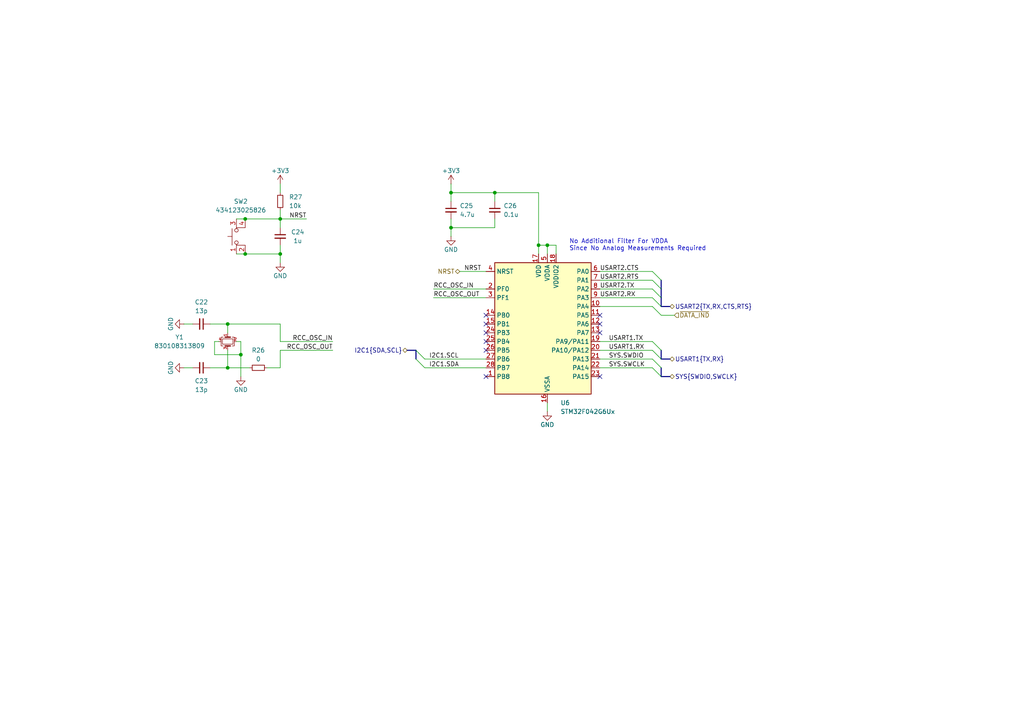
<source format=kicad_sch>
(kicad_sch (version 20250114) (generator "eeschema") (generator_version "9.0")
  (paper "A4")
  (title_block (date "2025-07-11") (rev "V1.0") (company "Taipei Tech Racing") (comment 1 "design by Chen"))
  (lib_symbols
    (symbol "Device:C_Small" (pin_numbers (hide yes)) (pin_names (offset 0.254) (hide yes))
      (property "Reference" "C" (at 0.254 1.778 0))
      (property "Value" "C_Small" (at 0.254 -2.032 0))
      (symbol "C_Small_0_1"
        (polyline (pts (xy -1.524 0.508) (xy 1.524 0.508)) (stroke (width 0.3048)))
        (polyline (pts (xy -1.524 -0.508) (xy 1.524 -0.508)) (stroke (width 0.3302)))
      )
      (symbol "C_Small_1_1"
        (pin passive line (at 0 2.54 270) (length 2.032) (name "~") (number "1"))
        (pin passive line (at 0 -2.54 90) (length 2.032) (name "~") (number "2"))
      )
    )
    (symbol "Device:Crystal_GND24_Small" (pin_names (offset 1.016) (hide yes))
      (property "Reference" "Y" (at 1.27 4.445 0))
      (property "Value" "Crystal_GND24_Small" (at 1.27 2.54 0))
      (symbol "Crystal_GND24_Small_0_1"
        (polyline (pts (xy -1.27 1.27) (xy -1.27 1.905) (xy 1.27 1.905) (xy 1.27 1.27)))
        (polyline (pts (xy -1.27 -0.762) (xy -1.27 0.762)) (stroke (width 0.381)))
        (polyline (pts (xy -1.27 -1.27) (xy -1.27 -1.905) (xy 1.27 -1.905) (xy 1.27 -1.27)))
        (rectangle (start -0.762 -1.524) (end 0.762 1.524))
        (polyline (pts (xy 1.27 -0.762) (xy 1.27 0.762)) (stroke (width 0.381)))
      )
      (symbol "Crystal_GND24_Small_1_1"
        (pin passive line (at -2.54 0 0) (length 1.27) (name "1") (number "1"))
        (pin passive line (at 0 2.54 270) (length 0.635) (name "4") (number "4"))
        (pin passive line (at 0 -2.54 90) (length 0.635) (name "2") (number "2"))
        (pin passive line (at 2.54 0 180) (length 1.27) (name "3") (number "3"))
      )
    )
    (symbol "Device:R_Small" (pin_numbers (hide yes)) (pin_names (offset 0.254) (hide yes))
      (property "Reference" "R" (at 0 0 90))
      (property "Value" "R_Small" (at 1.778 0 90))
      (symbol "R_Small_0_1"
        (rectangle (start -0.762 1.778) (end 0.762 -1.778) (stroke (width 0.2032)))
      )
      (symbol "R_Small_1_1"
        (pin passive line (at 0 2.54 270) (length 0.762) (name "~") (number "1"))
        (pin passive line (at 0 -2.54 90) (length 0.762) (name "~") (number "2"))
      )
    )
    (symbol "MCU_ST_STM32F0:STM32F042G6Ux"
      (property "Reference" "U" (at -12.7 21.59 0))
      (property "Value" "STM32F042G6Ux" (at 7.62 21.59 0))
      (symbol "STM32F042G6Ux_0_1"
        (rectangle (start -12.7 -17.78) (end 15.24 20.32) (stroke (width 0.254)) (fill (type background)))
      )
      (symbol "STM32F042G6Ux_1_1"
        (pin input line (at -15.24 17.78 0) (length 2.54) (name "NRST") (number "4"))
        (pin bidirectional line (at -15.24 12.7 0) (length 2.54) (name "PF0") (number "2"))
        (pin bidirectional line (at -15.24 10.16 0) (length 2.54) (name "PF1") (number "3"))
        (pin bidirectional line (at -15.24 5.08 0) (length 2.54) (name "PB0") (number "14"))
        (pin bidirectional line (at -15.24 2.54 0) (length 2.54) (name "PB1") (number "15"))
        (pin bidirectional line (at -15.24 0 0) (length 2.54) (name "PB3") (number "24"))
        (pin bidirectional line (at -15.24 -2.54 0) (length 2.54) (name "PB4") (number "25"))
        (pin bidirectional line (at -15.24 -5.08 0) (length 2.54) (name "PB5") (number "26"))
        (pin bidirectional line (at -15.24 -7.62 0) (length 2.54) (name "PB6") (number "27"))
        (pin bidirectional line (at -15.24 -10.16 0) (length 2.54) (name "PB7") (number "28"))
        (pin bidirectional line (at -15.24 -12.7 0) (length 2.54) (name "PB8") (number "1"))
        (pin power_in line (at 0 22.86 270) (length 2.54) (name "VDD") (number "17"))
        (pin power_in line (at 2.54 22.86 270) (length 2.54) (name "VDDA") (number "5"))
        (pin power_in line (at 2.54 -20.32 90) (length 2.54) (name "VSSA") (number "16"))
        (pin power_in line (at 5.08 22.86 270) (length 2.54) (name "VDDIO2") (number "18"))
        (pin bidirectional line (at 17.78 17.78 180) (length 2.54) (name "PA0") (number "6"))
        (pin bidirectional line (at 17.78 15.24 180) (length 2.54) (name "PA1") (number "7"))
        (pin bidirectional line (at 17.78 12.7 180) (length 2.54) (name "PA2") (number "8"))
        (pin bidirectional line (at 17.78 10.16 180) (length 2.54) (name "PA3") (number "9"))
        (pin bidirectional line (at 17.78 7.62 180) (length 2.54) (name "PA4") (number "10"))
        (pin bidirectional line (at 17.78 5.08 180) (length 2.54) (name "PA5") (number "11"))
        (pin bidirectional line (at 17.78 2.54 180) (length 2.54) (name "PA6") (number "12"))
        (pin bidirectional line (at 17.78 0 180) (length 2.54) (name "PA7") (number "13"))
        (pin bidirectional line (at 17.78 -2.54 180) (length 2.54) (name "PA9/PA11") (number "19"))
        (pin bidirectional line (at 17.78 -5.08 180) (length 2.54) (name "PA10/PA12") (number "20"))
        (pin bidirectional line (at 17.78 -7.62 180) (length 2.54) (name "PA13") (number "21"))
        (pin bidirectional line (at 17.78 -10.16 180) (length 2.54) (name "PA14") (number "22"))
        (pin bidirectional line (at 17.78 -12.7 180) (length 2.54) (name "PA15") (number "23"))
      )
    )
    (symbol "R_Small_1" (pin_numbers (hide yes)) (pin_names (offset 0.254) (hide yes))
      (property "Reference" "R" (at 0 0 90))
      (property "Value" "R_Small" (at 1.778 0 90))
      (symbol "R_Small_1_0_1"
        (rectangle (start -0.762 1.778) (end 0.762 -1.778) (stroke (width 0.2032)))
      )
      (symbol "R_Small_1_1_1"
        (pin passive line (at 0 2.54 270) (length 0.762) (name "~") (number "1"))
        (pin passive line (at 0 -2.54 90) (length 0.762) (name "~") (number "2"))
      )
    )
    (symbol "TTR:434123025826"
      (property "Reference" "SW" (at 0 7.62 0))
      (property "Value" "434123025826" (at 0 5.08 0))
      (symbol "434123025826_0_1"
        (polyline (pts (xy -2.54 2.54) (xy 2.286 2.54)))
        (polyline (pts (xy -2.54 -1.27) (xy -2.54 1.27) (xy -2.286 1.27)))
        (circle (center -1.778 1.27) (radius 0.508))
        (polyline (pts (xy 0 2.54) (xy 0 3.81)))
        (circle (center 1.778 1.27) (radius 0.508))
        (polyline (pts (xy 2.54 -1.27) (xy 2.54 1.27) (xy 2.286 1.27)))
      )
      (symbol "434123025826_1_1"
        (pin passive line (at -5.08 1.27 0) (length 2.54) (name "") (number "1"))
        (pin passive line (at -5.08 -1.27 0) (length 2.54) (name "") (number "2"))
        (pin passive line (at 5.08 1.27 180) (length 2.54) (name "") (number "3"))
        (pin passive line (at 5.08 -1.27 180) (length 2.54) (name "") (number "4"))
      )
    )
    (symbol "power:+3V3" (power) (pin_numbers (hide yes)) (pin_names (offset 0) (hide yes))
      (property "Value" "+3V3" (at 0 3.556 0))
      (symbol "+3V3_0_1"
        (polyline (pts (xy -0.762 1.27) (xy 0 2.54)))
        (polyline (pts (xy 0 2.54) (xy 0.762 1.27)))
        (polyline (pts (xy 0 0) (xy 0 2.54)))
      )
      (symbol "+3V3_1_1"
        (pin power_in line (at 0 0 90) (length 0) (name "~") (number "1"))
      )
    )
    (symbol "power:GND" (power) (pin_numbers (hide yes)) (pin_names (offset 0) (hide yes))
      (property "Value" "GND" (at 0 -3.81 0))
      (symbol "GND_0_1"
        (polyline (pts (xy 0 0) (xy 0 -1.27) (xy 1.27 -1.27) (xy 0 -2.54) (xy -1.27 -1.27) (xy 0 -1.27)))
      )
      (symbol "GND_1_1"
        (pin power_in line (at 0 0 270) (length 0) (name "~") (number "1"))
      )
    )
  )
  (text "No Additional Filter For VDDA\nSince No Analog Measurements Required" (at 165.1 71.12 0) (effects (font (size 1.27 1.27)) (justify left)))
  (junction (at 81.28 63.5))
  (junction (at 81.28 73.66))
  (junction (at 66.04 106.68))
  (junction (at 69.85 102.87))
  (junction (at 143.51 55.88))
  (junction (at 158.75 71.12))
  (junction (at 71.12 73.66))
  (junction (at 71.12 63.5))
  (junction (at 130.81 55.88))
  (junction (at 130.81 66.04))
  (junction (at 156.21 71.12))
  (junction (at 66.04 93.98))
  (no_connect (at 173.99 96.52))
  (no_connect (at 173.99 91.44))
  (no_connect (at 140.97 96.52))
  (no_connect (at 173.99 93.98))
  (no_connect (at 173.99 109.22))
  (no_connect (at 140.97 91.44))
  (no_connect (at 140.97 93.98))
  (no_connect (at 140.97 99.06))
  (no_connect (at 140.97 109.22))
  (no_connect (at 140.97 101.6))
  (bus_entry (at 120.65 104.14) (size 2.54 2.54))
  (bus_entry (at 189.23 86.36) (size 2.54 2.54))
  (bus_entry (at 189.23 88.9) (size 2.54 2.54))
  (bus_entry (at 189.23 78.74) (size 2.54 2.54))
  (bus_entry (at 189.23 99.06) (size 2.54 2.54))
  (bus_entry (at 120.65 101.6) (size 2.54 2.54))
  (bus_entry (at 189.23 106.68) (size 2.54 2.54))
  (bus_entry (at 189.23 104.14) (size 2.54 2.54))
  (bus_entry (at 189.23 101.6) (size 2.54 2.54))
  (bus_entry (at 189.23 81.28) (size 2.54 2.54))
  (bus_entry (at 189.23 83.82) (size 2.54 2.54))
  (wire (pts (xy 130.81 55.88) (xy 143.51 55.88)))
  (wire (pts (xy 81.28 101.6) (xy 81.28 106.68)))
  (wire (pts (xy 68.58 73.66) (xy 71.12 73.66)))
  (wire (pts (xy 81.28 101.6) (xy 96.52 101.6)))
  (bus (pts (xy 118.11 101.6) (xy 120.65 101.6)))
  (bus (pts (xy 191.77 106.68) (xy 191.77 109.22)))
  (wire (pts (xy 81.28 63.5) (xy 88.9 63.5)))
  (wire (pts (xy 96.52 99.06) (xy 81.28 99.06)))
  (wire (pts (xy 173.99 106.68) (xy 189.23 106.68)))
  (wire (pts (xy 69.85 109.22) (xy 69.85 102.87)))
  (wire (pts (xy 158.75 116.84) (xy 158.75 119.38)))
  (wire (pts (xy 71.12 73.66) (xy 81.28 73.66)))
  (wire (pts (xy 130.81 63.5) (xy 130.81 66.04)))
  (bus (pts (xy 191.77 86.36) (xy 191.77 88.9)))
  (wire (pts (xy 123.19 106.68) (xy 140.97 106.68)))
  (wire (pts (xy 130.81 66.04) (xy 143.51 66.04)))
  (wire (pts (xy 130.81 58.42) (xy 130.81 55.88)))
  (bus (pts (xy 191.77 88.9) (xy 194.31 88.9)))
  (wire (pts (xy 71.12 63.5) (xy 81.28 63.5)))
  (bus (pts (xy 191.77 101.6) (xy 191.77 104.14)))
  (wire (pts (xy 81.28 53.34) (xy 81.28 55.88)))
  (wire (pts (xy 158.75 71.12) (xy 156.21 71.12)))
  (wire (pts (xy 81.28 60.96) (xy 81.28 63.5)))
  (wire (pts (xy 68.58 63.5) (xy 71.12 63.5)))
  (wire (pts (xy 69.85 102.87) (xy 69.85 99.06)))
  (wire (pts (xy 133.35 78.74) (xy 140.97 78.74)))
  (wire (pts (xy 69.85 99.06) (xy 68.58 99.06)))
  (wire (pts (xy 173.99 81.28) (xy 189.23 81.28)))
  (bus (pts (xy 191.77 83.82) (xy 191.77 86.36)))
  (wire (pts (xy 66.04 106.68) (xy 72.39 106.68)))
  (wire (pts (xy 53.34 93.98) (xy 55.88 93.98)))
  (wire (pts (xy 161.29 73.66) (xy 161.29 71.12)))
  (wire (pts (xy 130.81 66.04) (xy 130.81 68.58)))
  (wire (pts (xy 123.19 104.14) (xy 140.97 104.14)))
  (wire (pts (xy 62.23 99.06) (xy 62.23 102.87)))
  (wire (pts (xy 125.73 86.36) (xy 140.97 86.36)))
  (wire (pts (xy 143.51 66.04) (xy 143.51 63.5)))
  (bus (pts (xy 191.77 104.14) (xy 194.31 104.14)))
  (wire (pts (xy 173.99 101.6) (xy 189.23 101.6)))
  (wire (pts (xy 143.51 55.88) (xy 143.51 58.42)))
  (wire (pts (xy 173.99 83.82) (xy 189.23 83.82)))
  (wire (pts (xy 63.5 99.06) (xy 62.23 99.06)))
  (wire (pts (xy 81.28 71.12) (xy 81.28 73.66)))
  (wire (pts (xy 156.21 55.88) (xy 143.51 55.88)))
  (wire (pts (xy 66.04 106.68) (xy 60.96 106.68)))
  (wire (pts (xy 158.75 71.12) (xy 158.75 73.66)))
  (wire (pts (xy 62.23 102.87) (xy 69.85 102.87)))
  (wire (pts (xy 81.28 99.06) (xy 81.28 93.98)))
  (wire (pts (xy 173.99 88.9) (xy 189.23 88.9)))
  (wire (pts (xy 81.28 106.68) (xy 77.47 106.68)))
  (wire (pts (xy 130.81 53.34) (xy 130.81 55.88)))
  (wire (pts (xy 156.21 71.12) (xy 156.21 55.88)))
  (wire (pts (xy 161.29 71.12) (xy 158.75 71.12)))
  (wire (pts (xy 173.99 99.06) (xy 189.23 99.06)))
  (bus (pts (xy 120.65 101.6) (xy 120.65 104.14)))
  (wire (pts (xy 125.73 83.82) (xy 140.97 83.82)))
  (wire (pts (xy 66.04 93.98) (xy 60.96 93.98)))
  (bus (pts (xy 191.77 81.28) (xy 191.77 83.82)))
  (bus (pts (xy 191.77 109.22) (xy 194.31 109.22)))
  (wire (pts (xy 173.99 104.14) (xy 189.23 104.14)))
  (wire (pts (xy 81.28 93.98) (xy 66.04 93.98)))
  (wire (pts (xy 156.21 73.66) (xy 156.21 71.12)))
  (wire (pts (xy 173.99 78.74) (xy 189.23 78.74)))
  (wire (pts (xy 173.99 86.36) (xy 189.23 86.36)))
  (wire (pts (xy 66.04 101.6) (xy 66.04 106.68)))
  (wire (pts (xy 53.34 106.68) (xy 55.88 106.68)))
  (wire (pts (xy 81.28 63.5) (xy 81.28 66.04)))
  (wire (pts (xy 66.04 93.98) (xy 66.04 96.52)))
  (wire (pts (xy 191.77 91.44) (xy 195.58 91.44)))
  (wire (pts (xy 81.28 73.66) (xy 81.28 76.2)))
  (label "RCC_OSC_IN" (at 125.73 83.82 0))
  (label "NRST" (at 134.62 78.74 0))
  (label "NRST" (at 88.9 63.5 180))
  (label "I2C1.SCL" (at 124.46 104.14 0))
  (label "I2C1.SDA" (at 124.46 106.68 0))
  (label "USART1.TX" (at 176.53 99.06 0))
  (label "USART1.RX" (at 176.53 101.6 0))
  (label "USART2.RX" (at 173.99 86.36 0))
  (label "USART2.CTS" (at 173.99 78.74 0))
  (label "RCC_OSC_IN" (at 96.52 99.06 180))
  (label "RCC_OSC_OUT" (at 125.73 86.36 0))
  (label "SYS.SWDIO" (at 176.53 104.14 0))
  (label "RCC_OSC_OUT" (at 96.52 101.6 180))
  (label "USART2.TX" (at 173.99 83.82 0))
  (label "SYS.SWCLK" (at 176.53 106.68 0))
  (label "USART2.RTS" (at 173.99 81.28 0))
  (hierarchical_label "USART2{TX,RX,CTS,RTS}" (shape bidirectional) (at 194.31 88.9 0))
  (hierarchical_label "NRST" (shape bidirectional) (at 133.35 78.74 180))
  (hierarchical_label "USART1{TX,RX}" (shape bidirectional) (at 194.31 104.14 0))
  (hierarchical_label "SYS{SWDIO,SWCLK}" (shape bidirectional) (at 194.31 109.22 0))
  (hierarchical_label "~{DATA_IND}" (shape input) (at 195.58 91.44 0))
  (hierarchical_label "I2C1{SDA,SCL}" (shape bidirectional) (at 118.11 101.6 180))
  (symbol (lib_id "Device:C_Small") (at 58.42 106.68 270) (unit 1)
    (property "Reference" "C23" (at 58.42 110.49 90))
    (property "Value" "13p" (at 58.42 113.03 90))
    (property "Footprint" "Capacitor_SMD:C_0603_1608Metric" (effects (hide yes)))
    (property "MOUSER" "80-CBR04C130F5GAC" (effects (hide yes)))
  )
  (symbol (lib_id "power:+3V3") (at 81.28 53.34 0) (unit 1)
    (property "Reference" "#PWR039" (effects (hide yes)))
    (property "Value" "+3V3" (at 81.28 49.53 0))
    (property "Description" "Power symbol creates a global label with name \"+3V3\"" (effects (hide yes)))
  )
  (symbol (lib_id "power:GND") (at 53.34 93.98 270) (unit 1)
    (property "Reference" "#PWR036" (effects (hide yes)))
    (property "Value" "GND" (at 49.53 93.98 0))
    (property "Description" "Power symbol creates a global label with name \"GND\" , ground" (effects (hide yes)))
  )
  (symbol (lib_id "TTR:434123025826") (at 69.85 68.58 90) (unit 1)
    (property "Reference" "SW2" (at 69.85 58.42 90))
    (property "Value" "434123025826" (at 69.85 60.96 90))
    (property "Footprint" "TTR:434123025826" (effects (hide yes)))
    (property "Datasheet" "https://www.we-online.com/components/products/datasheet/434123025826.pdf" (effects (hide yes)))
    (property "WE" "434123025826" (effects (hide yes)))
  )
  (symbol (lib_id "MCU_ST_STM32F0:STM32F042G6Ux") (at 156.21 96.52 0) (unit 1)
    (property "Reference" "U6" (at 162.56 116.84 0) (effects (justify left)))
    (property "Value" "STM32F042G6Ux" (at 162.56 119.38 0) (effects (justify left)))
    (property "Footprint" "Package_DFN_QFN:QFN-28_4x4mm_P0.5mm" (effects (hide yes)))
    (property "Datasheet" "https://www.st.com/resource/en/datasheet/stm32f042g6.pdf" (effects (hide yes)))
    (property "MOUSER" "511-STM32F042G6U6TR" (effects (hide yes)))
  )
  (symbol (lib_id "Device:C_Small") (at 143.51 60.96 0) (unit 1)
    (property "Reference" "C26" (at 146.05 59.6962 0) (effects (justify left)))
    (property "Value" "0.1u" (at 146.05 62.2362 0) (effects (justify left)))
    (property "Footprint" "Capacitor_SMD:C_0603_1608Metric" (effects (hide yes)))
    (property "MOUSER" "80-C0402C104K4P" (effects (hide yes)))
  )
  (symbol (lib_id "Device:C_Small") (at 130.81 60.96 0) (unit 1)
    (property "Reference" "C25" (at 133.35 59.69 0) (effects (justify left)))
    (property "Value" "4.7u" (at 133.35 62.2363 0) (effects (justify left)))
    (property "Footprint" "Capacitor_SMD:C_0603_1608Metric" (effects (hide yes)))
    (property "MOUSER" "80-C0402C475M9P" (effects (hide yes)))
  )
  (symbol (lib_id "power:GND") (at 69.85 109.22 0) (unit 1)
    (property "Reference" "#PWR038" (effects (hide yes)))
    (property "Value" "GND" (at 69.85 113.03 0))
    (property "Description" "Power symbol creates a global label with name \"GND\" , ground" (effects (hide yes)))
  )
  (symbol (lib_id "Device:C_Small") (at 81.28 68.58 0) (unit 1)
    (property "Reference" "C24" (at 86.36 67.31 0))
    (property "Value" "1u" (at 86.36 69.85 0))
    (property "Footprint" "Capacitor_SMD:C_0603_1608Metric" (effects (hide yes)))
    (property "MOUSER" "80-C0402C105K4P" (effects (hide yes)))
  )
  (symbol (lib_id "power:GND") (at 81.28 76.2 0) (unit 1)
    (property "Reference" "#PWR040" (effects (hide yes)))
    (property "Value" "GND" (at 81.28 80.01 0))
    (property "Description" "Power symbol creates a global label with name \"GND\" , ground" (effects (hide yes)))
  )
  (symbol (lib_id "Device:C_Small") (at 58.42 93.98 270) (unit 1)
    (property "Reference" "C22" (at 58.42 87.63 90))
    (property "Value" "13p" (at 58.42 90.17 90))
    (property "Footprint" "Capacitor_SMD:C_0603_1608Metric" (effects (hide yes)))
    (property "MOUSER" "80-CBR04C130F5GAC" (effects (hide yes)))
  )
  (symbol (lib_id "Device:R_Small") (at 74.93 106.68 90) (unit 1)
    (property "Reference" "R26" (at 74.93 101.6 90))
    (property "Value" "0" (at 74.93 104.14 90))
    (property "Footprint" "Resistor_SMD:R_0603_1608Metric" (effects (hide yes)))
    (property "MOUSER" "603-AC0402FR-070RL" (effects (hide yes)))
  )
  (symbol (lib_name "R_Small_1") (lib_id "Device:R_Small") (at 81.28 58.42 180) (unit 1)
    (property "Reference" "R27" (at 83.82 57.15 0) (effects (justify right)))
    (property "Value" "10k" (at 83.82 59.69 0) (effects (justify right)))
    (property "Footprint" "Resistor_SMD:R_0603_1608Metric" (effects (hide yes)))
    (property "MOUSER" "603-AC0402FR-0710KL" (effects (hide yes)))
  )
  (symbol (lib_id "power:GND") (at 158.75 119.38 0) (unit 1)
    (property "Reference" "#PWR043" (effects (hide yes)))
    (property "Value" "GND" (at 158.75 123.19 0))
    (property "Description" "Power symbol creates a global label with name \"GND\" , ground" (effects (hide yes)))
  )
  (symbol (lib_id "power:GND") (at 53.34 106.68 270) (unit 1)
    (property "Reference" "#PWR037" (effects (hide yes)))
    (property "Value" "GND" (at 49.53 106.68 0))
    (property "Description" "Power symbol creates a global label with name \"GND\" , ground" (effects (hide yes)))
  )
  (symbol (lib_id "power:+3V3") (at 130.81 53.34 0) (unit 1)
    (property "Reference" "#PWR041" (effects (hide yes)))
    (property "Value" "+3V3" (at 130.81 49.53 0))
    (property "Description" "Power symbol creates a global label with name \"+3V3\"" (effects (hide yes)))
  )
  (symbol (lib_id "power:GND") (at 130.81 68.58 0) (unit 1)
    (property "Reference" "#PWR042" (effects (hide yes)))
    (property "Value" "GND" (at 130.81 72.39 0))
    (property "Description" "Power symbol creates a global label with name \"GND\" , ground" (effects (hide yes)))
  )
  (symbol (lib_id "Device:Crystal_GND24_Small") (at 66.04 99.06 90) (mirror x) (unit 1)
    (property "Reference" "Y1" (at 52.07 97.79 90))
    (property "Value" "830108313809" (at 52.07 100.33 90))
    (property "Footprint" "TTR:WE-CFPX-180" (effects (hide yes)))
    (property "WE" "830108313809" (effects (hide yes)))
  )
)
</source>
